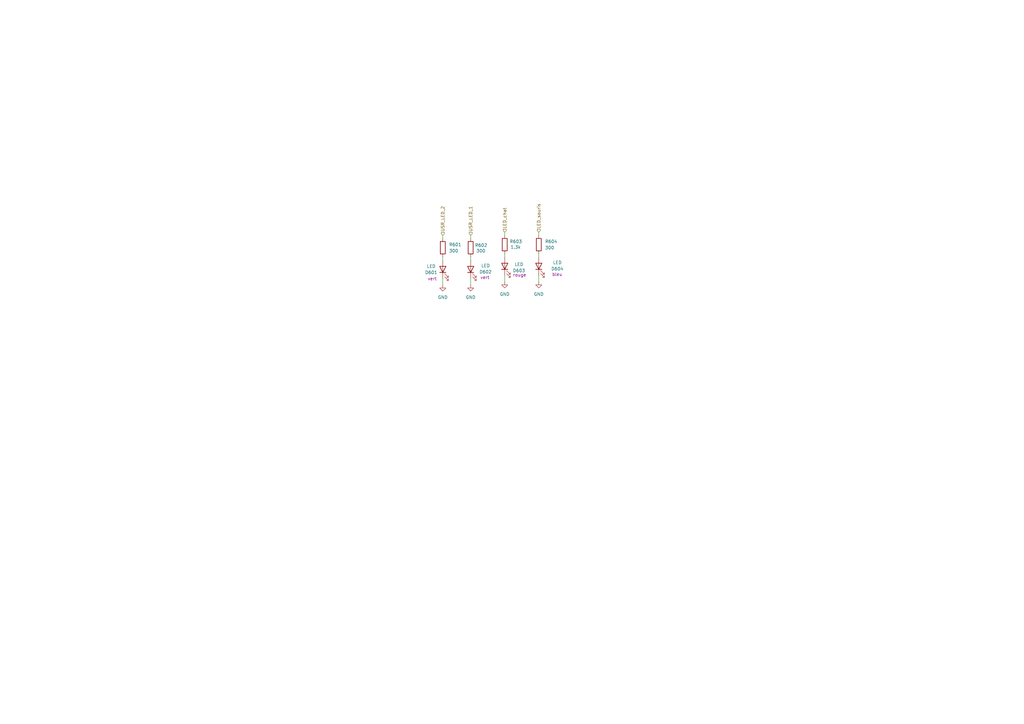
<source format=kicad_sch>
(kicad_sch (version 20231120) (generator "eeschema") (generator_version "8.0")
  (paper "A3")
  (lib_symbols
    (symbol "Device:LED" (pin_numbers hide) (pin_names (offset 1.016) hide)
      (property "Reference" "D" (at 0 2.54 0))
      (property "Value" "LED" (at 0 -2.54 0))
      (symbol "LED_0_1"
        (polyline (pts (xy -1.27 -1.27) (xy -1.27 1.27)) (stroke (width 0.254)))
        (polyline (pts (xy -1.27 0) (xy 1.27 0)))
        (polyline (pts (xy 1.27 -1.27) (xy 1.27 1.27) (xy -1.27 0) (xy 1.27 -1.27)) (stroke (width 0.254)))
        (polyline (pts (xy -3.048 -0.762) (xy -4.572 -2.286) (xy -3.81 -2.286) (xy -4.572 -2.286) (xy -4.572 -1.524)))
        (polyline (pts (xy -1.778 -0.762) (xy -3.302 -2.286) (xy -2.54 -2.286) (xy -3.302 -2.286) (xy -3.302 -1.524)))
      )
      (symbol "LED_1_1"
        (pin passive line (at -3.81 0 0) (length 2.54) (name "K") (number "1"))
        (pin passive line (at 3.81 0 180) (length 2.54) (name "A") (number "2"))
      )
    )
    (symbol "Device:R" (pin_numbers hide) (pin_names (offset 0))
      (property "Reference" "R" (at 2.032 0 90))
      (property "Value" "R" (at 0 0 90))
      (symbol "R_0_1"
        (rectangle (start -1.016 -2.54) (end 1.016 2.54) (stroke (width 0.254)))
      )
      (symbol "R_1_1"
        (pin passive line (at 0 3.81 270) (length 1.27) (name "~") (number "1"))
        (pin passive line (at 0 -3.81 90) (length 1.27) (name "~") (number "2"))
      )
    )
    (symbol "GND_6" (power) (pin_numbers hide) (pin_names (offset 0) hide)
      (property "Value" "GND" (at 0 -3.81 0))
      (symbol "GND_6_0_1"
        (polyline (pts (xy 0 0) (xy 0 -1.27) (xy 1.27 -1.27) (xy 0 -2.54) (xy -1.27 -1.27) (xy 0 -1.27)))
      )
      (symbol "GND_6_1_1"
        (pin power_in line (at 0 0 270) (length 0) (name "~") (number "1"))
      )
    )
  )
  (wire (pts (xy 193.04 114.3) (xy 193.04 116.84)))
  (wire (pts (xy 220.98 95.25) (xy 220.98 96.52)))
  (wire (pts (xy 220.98 113.03) (xy 220.98 115.57)))
  (wire (pts (xy 181.61 114.3) (xy 181.61 116.84)))
  (wire (pts (xy 220.98 105.41) (xy 220.98 104.14)))
  (wire (pts (xy 181.61 106.68) (xy 181.61 105.41)))
  (wire (pts (xy 193.04 96.52) (xy 193.04 97.79)))
  (wire (pts (xy 207.01 105.41) (xy 207.01 104.14)))
  (wire (pts (xy 193.04 106.68) (xy 193.04 105.41)))
  (wire (pts (xy 207.01 113.03) (xy 207.01 115.57)))
  (wire (pts (xy 181.61 96.52) (xy 181.61 97.79)))
  (wire (pts (xy 207.01 95.25) (xy 207.01 96.52)))
  (hierarchical_label "LED_chat" (shape input) (at 207.01 95.25 90))
  (hierarchical_label "LED_souris" (shape input) (at 220.98 95.25 90))
  (hierarchical_label "USR_LED_1" (shape input) (at 193.04 96.52 90))
  (hierarchical_label "USR_LED_2" (shape input) (at 181.61 96.52 90))
  (symbol (lib_id "Device:R") (at 220.98 100.33 180) (unit 1)
    (property "Reference" "R604" (at 223.52 99.0599 0) (effects (justify right)))
    (property "Value" "300" (at 223.52 101.5999 0) (effects (justify right)))
    (property "Footprint" "Resistor_SMD:R_0402_1005Metric" (effects (hide yes)))
  )
  (symbol (lib_name "GND_6") (lib_id "power:GND") (at 207.01 115.57 0) (unit 1)
    (property "Reference" "#PWR0604" (effects (hide yes)))
    (property "Value" "GND" (at 207.01 120.65 0))
    (property "Description" "Power symbol creates a global label with name \"GND\" , ground" (effects (hide yes)))
  )
  (symbol (lib_id "Device:R") (at 181.61 101.6 180) (unit 1)
    (property "Reference" "R601" (at 184.15 100.3299 0) (effects (justify right)))
    (property "Value" "300" (at 184.15 102.8699 0) (effects (justify right)))
    (property "Footprint" "Resistor_SMD:R_0402_1005Metric" (effects (hide yes)))
  )
  (symbol (lib_name "GND_6") (lib_id "power:GND") (at 181.61 116.84 0) (unit 1)
    (property "Reference" "#PWR0601" (effects (hide yes)))
    (property "Value" "GND" (at 181.61 121.92 0))
    (property "Description" "Power symbol creates a global label with name \"GND\" , ground" (effects (hide yes)))
  )
  (symbol (lib_name "GND_6") (lib_id "power:GND") (at 193.04 116.84 0) (unit 1)
    (property "Reference" "#PWR0603" (effects (hide yes)))
    (property "Value" "GND" (at 193.04 121.92 0))
    (property "Description" "Power symbol creates a global label with name \"GND\" , ground" (effects (hide yes)))
  )
  (symbol (lib_id "Device:R") (at 193.04 101.6 180) (unit 1)
    (property "Reference" "R602" (at 199.898 100.584 0) (effects (justify left)))
    (property "Value" "300" (at 199.136 102.87 0) (effects (justify left)))
    (property "Footprint" "Resistor_SMD:R_0402_1005Metric" (effects (hide yes)))
  )
  (symbol (lib_id "Device:R") (at 207.01 100.33 180) (unit 1)
    (property "Reference" "R603" (at 214.122 99.06 0) (effects (justify left)))
    (property "Value" "1.3k" (at 213.614 101.346 0) (effects (justify left)))
    (property "Footprint" "Resistor_SMD:R_0402_1005Metric" (effects (hide yes)))
  )
  (symbol (lib_name "GND_6") (lib_id "power:GND") (at 220.98 115.57 0) (unit 1)
    (property "Reference" "#PWR0602" (effects (hide yes)))
    (property "Value" "GND" (at 220.98 120.65 0))
    (property "Description" "Power symbol creates a global label with name \"GND\" , ground" (effects (hide yes)))
  )
  (symbol (lib_id "Device:LED") (at 220.98 109.22 90) (unit 1)
    (property "Reference" "D604" (at 228.6 110.236 90))
    (property "Value" "LED" (at 228.6 107.696 90))
    (property "Footprint" "LED_SMD:LED_0603_1608Metric" (effects (hide yes)))
    (property "Description" "bleu" (at 228.5365 112.522 90))
    (property "reference" "150060BS55040" (effects (hide yes)))
  )
  (symbol (lib_id "Device:LED") (at 193.04 110.49 90) (unit 1)
    (property "Reference" "D602" (at 199.136 111.506 90))
    (property "Value" "LED" (at 199.136 108.966 90))
    (property "Footprint" "LED_SMD:LED_0603_1608Metric" (effects (hide yes)))
    (property "Description" "vert" (at 198.882 113.792 90))
    (property "reference" "150060GS55040" (effects (hide yes)))
  )
  (symbol (lib_id "Device:LED") (at 207.01 109.22 90) (unit 1)
    (property "Reference" "D603" (at 212.852 110.998 90))
    (property "Value" "LED" (at 212.852 108.458 90))
    (property "Footprint" "LED_SMD:LED_0603_1608Metric" (effects (hide yes)))
    (property "Description" "rouge" (at 213.106 112.776 90))
    (property "reference" "150060RS55040" (effects (hide yes)))
  )
  (symbol (lib_id "Device:LED") (at 181.61 110.49 90) (unit 1)
    (property "Reference" "D601" (at 176.8475 111.76 90))
    (property "Value" "LED" (at 176.8475 109.22 90))
    (property "Footprint" "LED_SMD:LED_0603_1608Metric" (effects (hide yes)))
    (property "Description" "vert" (at 177.292 114.3 90))
    (property "reference" "150060GS55040" (effects (hide yes)))
  )
)
</source>
